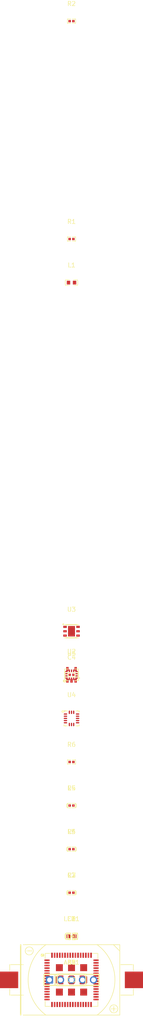
<source format=kicad_pcb>
(kicad_pcb (version 20241229) (generator "atopile") (generator_version "0.12.4")
  (layers (0 "F.Cu" signal) (31 "B.Cu" signal) (34 "B.Paste" user) (35 "F.Paste" user) (36 "B.SilkS" user "B.Silkscreen") (37 "F.SilkS" user "F.Silkscreen") (38 "B.Mask" user) (39 "F.Mask" user) (44 "Edge.Cuts" user))
  (net 0 "")
  (net 1 "PC4")
  (net 2 "PB9")
  (net 4 "PA5")
  (net 8 "PA3_UART2_RX")
  (net 11 "PC13")
  (net 15 "PA2_UART2_TX")
  (net 17 "VLXSMPS")
  (net 18 "PC6")
  (net 20 "PC3")
  (net 21 "PA4")
  (net 24 "VDDMPS")
  (net 28 "VREFpos")
  (net 29 "PC0")
  (net 34 "VFBSMPS")
  (net 37 "PC5")
  (net 38 "PC1")
  (net 40 "PB15")
  (net 5 "PA12")
  (net 41 "PA9")
  (net 42 "PA6")
  (net 43 "blah-net-3")
  (net 44 "PB13")
  (net 45 "BOOT0")
  (net 46 "PA10")
  (net 50 "PB1")
  (net 51 "PA8")
  (net 52 "PA7")
  (net 53 "PB7_UART1_RX")
  (net 54 "PB10")
  (net 55 "PB14")
  (net 58 "PB12")
  (net 59 "PA11")
  (net 60 "PB11")
  (net 64 "PC2")
  (net 65 "blah-net-2")
  (net 113 "blah-net-0")
  (net 12 "Feed")
  (net 13 "RF_OUT")
  (net 3 "nrst")
  (net 9 "swclk")
  (net 26 "swdio")
  (net 10 "vbat")
  (net 22 "blah-net-1")
  (net 27 "SDX")
  (net 31 "blah-vcc-1")
  (net 32 "led_status")
  (net 35 "ADC2")
  (net 36 "CS_AUX")
  (net 39 "blah-net-4")
  (net 47 "blah-INT2-1")
  (net 48 "blah-vcc-0")
  (net 49 "ADC3")
  (net 56 "DRDY_INT")
  (net 57 "i2c_sda")
  (net 62 "A")
  (net 63 "blah-CS-1")
  (net 66 "INT1")
  (net 67 "activation")
  (net 68 "SDO_SA0")
  (net 69 "blah-net-5")
  (net 70 "blah-CS-0")
  (net 71 "i2c_scl")
  (net 72 "blah-INT2-0")
  (net 73 "SCX")
  (net 74 "ADC1")
  (net 75 "adc_ntc")
  (net 76 "vcc_mcu")
  (net 77 "RES")
  (net 78 "SDO_SUX")
  (net 79 "gnd")
  (footprint "RAKwireless_RAK3172_SIP_8_SM_NI:LGA-73_L12.0-W12.0-P0.60-TL" (layer "F.Cu") (at 0 0 0)
    (property "Reference" "U1" (at 0 -9.65 0) (layer "F.SilkS") (hide no))
    (property "Value" "")
    (fp_text user "${REFERENCE}" (at 0 -9.65 0) (layer "F.SilkS"))
    (pad "1" smd rect (at -5.65 -4.5 0) (size 1.17 0.37) (layers "F.Cu" "F.Paste" "F.Mask") (net 26 "swdio"))
    (pad "2" smd rect (at -5.65 -3.9 0) (size 1.17 0.37) (layers "F.Cu" "F.Paste" "F.Mask") (net 9 "swclk"))
    (pad "3" smd rect (at -5.65 -3.3 0) (size 1.17 0.37) (layers "F.Cu" "F.Paste" "F.Mask") (net 76 "vcc_mcu"))
    (pad "4" smd rect (at -5.65 -2.7 0) (size 1.17 0.37) (layers "F.Cu" "F.Paste" "F.Mask") (net 10 "vbat"))
    (pad "5" smd rect (at -5.65 -2.1 0) (size 1.17 0.37) (layers "F.Cu" "F.Paste" "F.Mask") (net 11 "PC13"))
    (pad "6" smd rect (at -5.65 -1.5 0) (size 1.17 0.37) (layers "F.Cu" "F.Paste" "F.Mask") (net 28 "VREFpos"))
    (pad "7" smd rect (at -5.65 -0.9 0) (size 1.17 0.37) (layers "F.Cu" "F.Paste" "F.Mask") (net 76 "vcc_mcu"))
    (pad "8" smd rect (at -5.65 -0.3 0) (size 1.17 0.37) (layers "F.Cu" "F.Paste" "F.Mask") (net 71 "i2c_scl"))
    (pad "9" smd rect (at -5.65 0.3 0) (size 1.17 0.37) (layers "F.Cu" "F.Paste" "F.Mask") (net 40 "PB15"))
    (pad "10" smd rect (at -5.65 0.9 0) (size 1.17 0.37) (layers "F.Cu" "F.Paste" "F.Mask") (net 34 "VFBSMPS"))
    (pad "11" smd rect (at -5.65 1.5 0) (size 1.17 0.37) (layers "F.Cu" "F.Paste" "F.Mask") (net 24 "VDDMPS"))
    (pad "12" smd rect (at -5.65 2.1 0) (size 1.17 0.37) (layers "F.Cu" "F.Paste" "F.Mask") (net 79 "gnd"))
    (pad "13" smd rect (at -5.65 2.7 0) (size 1.17 0.37) (layers "F.Cu" "F.Paste" "F.Mask") (net 17 "VLXSMPS"))
    (pad "14" smd rect (at -5.65 3.3 0) (size 1.17 0.37) (layers "F.Cu" "F.Paste" "F.Mask") (net 47 "blah-INT2-1"))
    (pad "15" smd rect (at -5.65 3.9 0) (size 1.17 0.37) (layers "F.Cu" "F.Paste" "F.Mask") (net 66 "INT1"))
    (pad "16" smd rect (at -5.65 4.5 0) (size 1.17 0.37) (layers "F.Cu" "F.Paste" "F.Mask") (net 32 "led_status"))
    (pad "17" smd rect (at -4.5 5.65 0) (size 0.37 1.17) (layers "F.Cu" "F.Paste" "F.Mask") (net 57 "i2c_sda"))
    (pad "18" smd rect (at -3.9 5.65 0) (size 0.37 1.17) (layers "F.Cu" "F.Paste" "F.Mask") (net 53 "PB7_UART1_RX"))
    (pad "19" smd rect (at -3.3 5.65 0) (size 0.37 1.17) (layers "F.Cu" "F.Paste" "F.Mask") (net 56 "DRDY_INT"))
    (pad "20" smd rect (at -2.7 5.65 0) (size 0.37 1.17) (layers "F.Cu" "F.Paste" "F.Mask") (net 2 "PB9"))
    (pad "21" smd rect (at -2.1 5.65 0) (size 0.37 1.17) (layers "F.Cu" "F.Paste" "F.Mask") (net 29 "PC0"))
    (pad "22" smd rect (at -1.5 5.65 0) (size 0.37 1.17) (layers "F.Cu" "F.Paste" "F.Mask") (net 38 "PC1"))
    (pad "23" smd rect (at -0.9 5.65 0) (size 0.37 1.17) (layers "F.Cu" "F.Paste" "F.Mask") (net 64 "PC2"))
    (pad "24" smd rect (at -0.3 5.65 0) (size 0.37 1.17) (layers "F.Cu" "F.Paste" "F.Mask") (net 20 "PC3"))
    (pad "25" smd rect (at 0.3 5.65 0) (size 0.37 1.17) (layers "F.Cu" "F.Paste" "F.Mask") (net 1 "PC4"))
    (pad "26" smd rect (at 0.9 5.65 0) (size 0.37 1.17) (layers "F.Cu" "F.Paste" "F.Mask") (net 37 "PC5"))
    (pad "27" smd rect (at 1.5 5.65 0) (size 0.37 1.17) (layers "F.Cu" "F.Paste" "F.Mask") (net 18 "PC6"))
    (pad "28" smd rect (at 2.1 5.65 0) (size 0.37 1.17) (layers "F.Cu" "F.Paste" "F.Mask") (net 79 "gnd"))
    (pad "29" smd rect (at 2.7 5.65 0) (size 0.37 1.17) (layers "F.Cu" "F.Paste" "F.Mask") (net 15 "PA2_UART2_TX"))
    (pad "30" smd rect (at 3.3 5.65 0) (size 0.37 1.17) (layers "F.Cu" "F.Paste" "F.Mask") (net 8 "PA3_UART2_RX"))
    (pad "31" smd rect (at 3.9 5.65 0) (size 0.37 1.17) (layers "F.Cu" "F.Paste" "F.Mask") (net 21 "PA4"))
    (pad "32" smd rect (at 4.5 5.65 0) (size 0.37 1.17) (layers "F.Cu" "F.Paste" "F.Mask") (net 4 "PA5"))
    (pad "33" smd rect (at 5.65 4.5 0) (size 1.17 0.37) (layers "F.Cu" "F.Paste" "F.Mask") (net 42 "PA6"))
    (pad "34" smd rect (at 5.65 3.9 0) (size 1.17 0.37) (layers "F.Cu" "F.Paste" "F.Mask") (net 52 "PA7"))
    (pad "35" smd rect (at 5.65 3.3 0) (size 1.17 0.37) (layers "F.Cu" "F.Paste" "F.Mask") (net 79 "gnd"))
    (pad "36" smd rect (at 5.65 2.7 0) (size 1.17 0.37) (layers "F.Cu" "F.Paste" "F.Mask") (net 79 "gnd"))
    (pad "37" smd rect (at 5.65 2.1 0) (size 1.17 0.37) (layers "F.Cu" "F.Paste" "F.Mask") (net 13 "RF_OUT"))
    (pad "38" smd rect (at 5.65 1.5 0) (size 1.17 0.37) (layers "F.Cu" "F.Paste" "F.Mask") (net 79 "gnd"))
    (pad "39" smd rect (at 5.65 0.9 0) (size 1.17 0.37) (layers "F.Cu" "F.Paste" "F.Mask") (net 79 "gnd"))
    (pad "40" smd rect (at 5.65 0.3 0) (size 1.17 0.37) (layers "F.Cu" "F.Paste" "F.Mask") (net 65 "blah-net-2"))
    (pad "41" smd rect (at 5.65 -0.3 0) (size 1.17 0.37) (layers "F.Cu" "F.Paste" "F.Mask") (net 43 "blah-net-3"))
    (pad "42" smd rect (at 5.65 -0.9 0) (size 1.17 0.37) (layers "F.Cu" "F.Paste" "F.Mask") (net 67 "activation"))
    (pad "43" smd rect (at 5.65 -1.5 0) (size 1.17 0.37) (layers "F.Cu" "F.Paste" "F.Mask") (net 45 "BOOT0"))
    (pad "44" smd rect (at 5.65 -2.1 0) (size 1.17 0.37) (layers "F.Cu" "F.Paste" "F.Mask") (net 3 "nrst"))
    (pad "45" smd rect (at 5.65 -2.7 0) (size 1.17 0.37) (layers "F.Cu" "F.Paste" "F.Mask") (net 75 "adc_ntc"))
    (pad "46" smd rect (at 5.65 -3.3 0) (size 1.17 0.37) (layers "F.Cu" "F.Paste" "F.Mask") (net 79 "gnd"))
    (pad "47" smd rect (at 5.65 -3.9 0) (size 1.17 0.37) (layers "F.Cu" "F.Paste" "F.Mask") (net 79 "gnd"))
    (pad "48" smd rect (at 5.65 -4.5 0) (size 1.17 0.37) (layers "F.Cu" "F.Paste" "F.Mask") (net 60 "PB11"))
    (pad "49" smd rect (at 4.5 -5.65 0) (size 0.37 1.17) (layers "F.Cu" "F.Paste" "F.Mask") (net 54 "PB10"))
    (pad "50" smd rect (at 3.9 -5.65 0) (size 0.37 1.17) (layers "F.Cu" "F.Paste" "F.Mask") (net 41 "PA9"))
    (pad "51" smd rect (at 3.3 -5.65 0) (size 0.37 1.17) (layers "F.Cu" "F.Paste" "F.Mask") (net 51 "PA8"))
    (pad "52" smd rect (at 2.7 -5.65 0) (size 0.37 1.17) (layers "F.Cu" "F.Paste" "F.Mask") (net 79 "gnd"))
    (pad "53" smd rect (at 2.1 -5.65 0) (size 0.37 1.17) (layers "F.Cu" "F.Paste" "F.Mask") (net 76 "vcc_mcu"))
    (pad "54" smd rect (at 1.5 -5.65 0) (size 0.37 1.17) (layers "F.Cu" "F.Paste" "F.Mask") (net 76 "vcc_mcu"))
    (pad "55" smd rect (at 0.9 -5.65 0) (size 0.37 1.17) (layers "F.Cu" "F.Paste" "F.Mask") (net 76 "vcc_mcu"))
    (pad "56" smd rect (at 0.3 -5.65 0) (size 0.37 1.17) (layers "F.Cu" "F.Paste" "F.Mask") (net 79 "gnd"))
    (pad "57" smd rect (at -0.3 -5.65 0) (size 0.37 1.17) (layers "F.Cu" "F.Paste" "F.Mask") (net 50 "PB1"))
    (pad "58" smd rect (at -0.9 -5.65 0) (size 0.37 1.17) (layers "F.Cu" "F.Paste" "F.Mask") (net 72 "blah-INT2-0"))
    (pad "59" smd rect (at -1.5 -5.65 0) (size 0.37 1.17) (layers "F.Cu" "F.Paste" "F.Mask") (net 58 "PB12"))
    (pad "60" smd rect (at -2.1 -5.65 0) (size 0.37 1.17) (layers "F.Cu" "F.Paste" "F.Mask") (net 44 "PB13"))
    (pad "61" smd rect (at -2.7 -5.65 0) (size 0.37 1.17) (layers "F.Cu" "F.Paste" "F.Mask") (net 55 "PB14"))
    (pad "62" smd rect (at -3.3 -5.65 0) (size 0.37 1.17) (layers "F.Cu" "F.Paste" "F.Mask") (net 46 "PA10"))
    (pad "63" smd rect (at -3.9 -5.65 0) (size 0.37 1.17) (layers "F.Cu" "F.Paste" "F.Mask") (net 59 "PA11"))
    (pad "64" smd rect (at -4.5 -5.65 0) (size 0.37 1.17) (layers "F.Cu" "F.Paste" "F.Mask") (net 5 "PA12"))
    (pad "65" smd rect (at -2.8 -2.8 0) (size 1.6 1.6) (layers "F.Cu" "F.Paste" "F.Mask") (net 79 "gnd"))
    (pad "66" smd rect (at 0 -2.8 0) (size 1.6 1.6) (layers "F.Cu" "F.Paste" "F.Mask") (net 79 "gnd"))
    (pad "67" smd rect (at 2.8 -2.8 0) (size 1.6 1.6) (layers "F.Cu" "F.Paste" "F.Mask") (net 79 "gnd"))
    (pad "68" smd rect (at -2.8 0 0) (size 1.6 1.6) (layers "F.Cu" "F.Paste" "F.Mask") (net 79 "gnd"))
    (pad "69" smd rect (at 0 0 0) (size 1.6 1.6) (layers "F.Cu" "F.Paste" "F.Mask") (net 79 "gnd"))
    (pad "70" smd rect (at 2.8 0 0) (size 1.6 1.6) (layers "F.Cu" "F.Paste" "F.Mask") (net 79 "gnd"))
    (pad "71" smd rect (at -2.8 2.8 0) (size 1.6 1.6) (layers "F.Cu" "F.Paste" "F.Mask") (net 79 "gnd"))
    (pad "72" smd rect (at 0 2.8 0) (size 1.6 1.6) (layers "F.Cu" "F.Paste" "F.Mask") (net 79 "gnd"))
    (pad "73" smd rect (at 2.8 2.8 0) (size 1.6 1.6) (layers "F.Cu" "F.Paste" "F.Mask") (net 79 "gnd"))
  )
  (footprint "Murata_Electronics_GRM155R61A475KEAAD:C0402" (layer "F.Cu") (at 0 0 0)
    (property "Reference" "C3" (at 0 -4 0) (layer "F.SilkS") (hide no))
    (property "Value" "4.7µF ±10% 10V X5R")
    (fp_text user "${REFERENCE}" (at 0 -4 0) (layer "F.SilkS"))
    (pad "2" smd rect (at 0.42 0 0) (size 0.5 0.54) (layers "F.Cu" "F.Paste" "F.Mask") (net 79 "gnd"))
    (pad "1" smd rect (at -0.42 0 0) (size 0.5 0.54) (layers "F.Cu" "F.Paste" "F.Mask") (net 48 "blah-vcc-0"))
  )
  (footprint "YAGEO_CC0402KRX7R9BB104:C0402" (layer "F.Cu") (at 0 -70 0)
    (property "Reference" "C4" (at 0 -4 0) (layer "F.SilkS") (hide no))
    (property "Value" "100nF ±10% 50V X7R")
    (fp_text user "${REFERENCE}" (at 0 -4 0) (layer "F.SilkS"))
    (pad "2" smd rect (at 0.42 0 0) (size 0.5 0.54) (layers "F.Cu" "F.Paste" "F.Mask") (net 79 "gnd"))
    (pad "1" smd rect (at -0.42 0 0) (size 0.5 0.54) (layers "F.Cu" "F.Paste" "F.Mask") (net 48 "blah-vcc-0"))
  )
  (footprint "Murata_Electronics_LQM18FN100M00D:L0603" (layer "F.Cu") (at 0 -160 0)
    (property "Reference" "L1" (at 0 -4 0) (layer "F.SilkS") (hide no))
    (property "Value" "10µH ±20% 30MHz 50mA 1.17Ω")
    (fp_text user "${REFERENCE}" (at 0 -4 0) (layer "F.SilkS"))
    (pad "1" smd rect (at -0.7 0 180) (size 0.8 0.86) (layers "F.Cu" "F.Paste" "F.Mask") (net 113 "blah-net-0"))
    (pad "2" smd rect (at 0.7 0 180) (size 0.8 0.86) (layers "F.Cu" "F.Paste" "F.Mask") (net 22 "blah-net-1"))
  )
  (footprint "YAGEO_RC0402FR_0710KL:R0402" (layer "F.Cu") (at 0 -170 0)
    (property "Reference" "R1" (at 0 -4 0) (layer "F.SilkS") (hide no))
    (property "Value" "10kΩ ±1% 62.5mW")
    (fp_text user "${REFERENCE}" (at 0 -4 0) (layer "F.SilkS"))
    (pad "2" smd rect (at 0.43 0 0) (size 0.57 0.54) (layers "F.Cu" "F.Paste" "F.Mask") (net 75 "adc_ntc"))
    (pad "1" smd rect (at -0.43 0 0) (size 0.57 0.54) (layers "F.Cu" "F.Paste" "F.Mask") (net 48 "blah-vcc-0"))
  )
  (footprint "Murata_Electronics_NCP15XH103F03RC:R0402" (layer "F.Cu") (at 0 -220 0)
    (property "Reference" "R2" (at 0 -4 0) (layer "F.SilkS") (hide no))
    (property "Value" "")
    (fp_text user "${REFERENCE}" (at 0 -4 0) (layer "F.SilkS"))
    (pad "2" smd rect (at 0.43 0 0) (size 0.57 0.54) (layers "F.Cu" "F.Paste" "F.Mask") (net 79 "gnd"))
    (pad "1" smd rect (at -0.43 0 0) (size 0.57 0.54) (layers "F.Cu" "F.Paste" "F.Mask") (net 75 "adc_ntc"))
  )
  (footprint "Q_J_CR2032_BS_6_1:BAT-TH_CR2032-BS-6-1" (layer "F.Cu") (at 0 0 0)
    (property "Reference" "B1" (at 0 -4 0) (layer "F.SilkS") (hide no))
    (property "Value" "")
    (fp_text user "${REFERENCE}" (at 0 -4 0) (layer "F.SilkS"))
    (pad "1" smd rect (at 14.39 0 0) (size 4.2 3.8) (layers "F.Cu" "F.Paste" "F.Mask") (net 10 "vbat"))
    (pad "2" smd rect (at -14.39 0 0) (size 4.2 3.8) (layers "F.Cu" "F.Paste" "F.Mask") (net 79 "gnd"))
  )
  (footprint "Everlight_Elec_19_217_GHC_YR1S2_3T:LED0603-RD" (layer "F.Cu") (at 0 -10 0)
    (property "Reference" "LED1" (at 0 -4 0) (layer "F.SilkS") (hide no))
    (property "Value" "")
    (fp_text user "${REFERENCE}" (at 0 -4 0) (layer "F.SilkS"))
    (pad "2" smd rect (at 0.75 0 90) (size 0.8 0.8) (layers "F.Cu" "F.Paste" "F.Mask") (net 62 "A"))
    (pad "1" smd rect (at -0.75 0 90) (size 0.8 0.8) (layers "F.Cu" "F.Paste" "F.Mask") (net 79 "gnd"))
  )
  (footprint "Murata_Electronics_BLM15PD121SN1D:L0402" (layer "F.Cu") (at 0 -20 0)
    (property "Reference" "L2" (at 0 -4 0) (layer "F.SilkS") (hide no))
    (property "Value" "")
    (fp_text user "${REFERENCE}" (at 0 -4 0) (layer "F.SilkS"))
    (pad "2" smd rect (at 0.42 0 0) (size 0.54 0.54) (layers "F.Cu" "F.Paste" "F.Mask") (net 48 "blah-vcc-0"))
    (pad "1" smd rect (at -0.42 0 0) (size 0.54 0.54) (layers "F.Cu" "F.Paste" "F.Mask") (net 10 "vbat"))
  )
  (footprint "Murata_Electronics_BLM15PD121SN1D:L0402" (layer "F.Cu") (at 0 -30 0)
    (property "Reference" "L3" (at 0 -4 0) (layer "F.SilkS") (hide no))
    (property "Value" "")
    (fp_text user "${REFERENCE}" (at 0 -4 0) (layer "F.SilkS"))
    (pad "2" smd rect (at 0.42 0 0) (size 0.54 0.54) (layers "F.Cu" "F.Paste" "F.Mask") (net 76 "vcc_mcu"))
    (pad "1" smd rect (at -0.42 0 0) (size 0.54 0.54) (layers "F.Cu" "F.Paste" "F.Mask") (net 48 "blah-vcc-0"))
  )
  (footprint "Murata_Electronics_BLM15PD121SN1D:L0402" (layer "F.Cu") (at 0 -40 0)
    (property "Reference" "L4" (at 0 -4 0) (layer "F.SilkS") (hide no))
    (property "Value" "")
    (fp_text user "${REFERENCE}" (at 0 -4 0) (layer "F.SilkS"))
    (pad "2" smd rect (at 0.42 0 0) (size 0.54 0.54) (layers "F.Cu" "F.Paste" "F.Mask") (net 31 "blah-vcc-1"))
    (pad "1" smd rect (at -0.42 0 0) (size 0.54 0.54) (layers "F.Cu" "F.Paste" "F.Mask") (net 48 "blah-vcc-0"))
  )
  (footprint "FMD_FT24C02A_KLR_T:SOT-23-5_L2.9-W1.5-P0.95-LS2.8-BL" (layer "F.Cu") (at 0 -70 0)
    (property "Reference" "U2" (at 0 -5.35 0) (layer "F.SilkS") (hide no))
    (property "Value" "")
    (fp_text user "${REFERENCE}" (at 0 -5.35 0) (layer "F.SilkS"))
    (pad "5" smd rect (at -0.95 -1.35 0) (size 0.55 0.9) (layers "F.Cu" "F.Paste" "F.Mask") (net 79 "gnd"))
    (pad "4" smd rect (at 0.95 -1.35 0) (size 0.55 0.9) (layers "F.Cu" "F.Paste" "F.Mask") (net 31 "blah-vcc-1"))
    (pad "3" smd rect (at 0.95 1.35 0) (size 0.55 0.9) (layers "F.Cu" "F.Paste" "F.Mask") (net 57 "i2c_sda"))
    (pad "2" smd rect (at 0 1.35 0) (size 0.55 0.9) (layers "F.Cu" "F.Paste" "F.Mask") (net 79 "gnd"))
    (pad "1" smd rect (at -0.95 1.35 0) (size 0.55 0.9) (layers "F.Cu" "F.Paste" "F.Mask") (net 71 "i2c_scl"))
  )
  (footprint "Texas_Instruments_HDC2080DMBR:WSON-6_L3.0-W3.0-P1.00-TL-EP" (layer "F.Cu") (at 0 -80 0)
    (property "Reference" "U3" (at 0 -5 0) (layer "F.SilkS") (hide no))
    (property "Value" "")
    (fp_text user "${REFERENCE}" (at 0 -5 0) (layer "F.SilkS"))
    (pad "1" smd rect (at -1.5 -1 90) (size 0.5 0.8) (layers "F.Cu" "F.Paste" "F.Mask") (net 57 "i2c_sda"))
    (pad "2" smd rect (at -1.5 0 90) (size 0.5 0.8) (layers "F.Cu" "F.Paste" "F.Mask") (net 79 "gnd"))
    (pad "3" smd rect (at -1.5 1 90) (size 0.5 0.8) (layers "F.Cu" "F.Paste" "F.Mask") (net 79 "gnd"))
    (pad "4" smd rect (at 1.5 1 90) (size 0.5 0.8) (layers "F.Cu" "F.Paste" "F.Mask") (net 56 "DRDY_INT"))
    (pad "7" smd rect (at 0 0 90) (size 2.4 1.6) (layers "F.Cu" "F.Paste" "F.Mask") (net 79 "gnd"))
    (pad "6" smd rect (at 1.5 -1 90) (size 0.5 0.8) (layers "F.Cu" "F.Paste" "F.Mask") (net 71 "i2c_scl"))
    (pad "5" smd rect (at 1.5 0 90) (size 0.5 0.8) (layers "F.Cu" "F.Paste" "F.Mask") (net 31 "blah-vcc-1"))
  )
  (footprint "KYOCERA_AVX_M620720:ANT-SMD_3P-L6.0-W2.0_M620720" (layer "F.Cu") (at 0 0 0)
    (property "Reference" "ANT1" (at 0 -4 0) (layer "F.SilkS") (hide no))
    (property "Value" "")
    (fp_text user "${REFERENCE}" (at 0 -4 0) (layer "F.SilkS"))
    (pad "3" smd rect (at 2.44 0 0) (size 1.1 2) (layers "F.Cu" "F.Paste" "F.Mask") (net 79 "gnd"))
    (pad "2" smd rect (at 0 0 0) (size 1.1 2) (layers "F.Cu" "F.Paste" "F.Mask") (net 79 "gnd"))
    (pad "1" smd rect (at -2.44 0 0) (size 1.1 2) (layers "F.Cu" "F.Paste" "F.Mask") (net 12 "Feed"))
  )
  (footprint "Murata_Electronics_GJM1555C1H5R6BB01D:C0402" (layer "F.Cu") (at 0 -10 0)
    (property "Reference" "C1" (at 0 -4 0) (layer "F.SilkS") (hide no))
    (property "Value" "5.6pF 50V C0G")
    (fp_text user "${REFERENCE}" (at 0 -4 0) (layer "F.SilkS"))
    (pad "2" smd rect (at 0.42 0 0) (size 0.5 0.54) (layers "F.Cu" "F.Paste" "F.Mask") (net 79 "gnd"))
    (pad "1" smd rect (at -0.42 0 0) (size 0.5 0.54) (layers "F.Cu" "F.Paste" "F.Mask") (net 13 "RF_OUT"))
  )
  (footprint "Murata_Electronics_GJM1555C1H5R6BB01D:C0402" (layer "F.Cu") (at 0 -20 0)
    (property "Reference" "C2" (at 0 -4 0) (layer "F.SilkS") (hide no))
    (property "Value" "5.6pF 50V C0G")
    (fp_text user "${REFERENCE}" (at 0 -4 0) (layer "F.SilkS"))
    (pad "2" smd rect (at 0.42 0 0) (size 0.5 0.54) (layers "F.Cu" "F.Paste" "F.Mask") (net 79 "gnd"))
    (pad "1" smd rect (at -0.42 0 0) (size 0.5 0.54) (layers "F.Cu" "F.Paste" "F.Mask") (net 12 "Feed"))
  )
  (footprint "Murata_Electronics_LQG15HS4N3S02D:L0402" (layer "F.Cu") (at 0 -30 0)
    (property "Reference" "L5" (at 0 -4 0) (layer "F.SilkS") (hide no))
    (property "Value" "4.3nH 6GHz 750mA 140mΩ")
    (fp_text user "${REFERENCE}" (at 0 -4 0) (layer "F.SilkS"))
    (pad "2" smd rect (at 0.42 0 0) (size 0.54 0.54) (layers "F.Cu" "F.Paste" "F.Mask") (net 12 "Feed"))
    (pad "1" smd rect (at -0.42 0 0) (size 0.54 0.54) (layers "F.Cu" "F.Paste" "F.Mask") (net 13 "RF_OUT"))
  )
  (footprint "YAGEO_CC0402KRX7R9BB104:C0402" (layer "F.Cu") (at 0 0 0)
    (property "Reference" "C5" (at 0 -4 0) (layer "F.SilkS") (hide no))
    (property "Value" "100nF ±10% 50V X7R")
    (fp_text user "${REFERENCE}" (at 0 -4 0) (layer "F.SilkS"))
    (pad "2" smd rect (at 0.42 0 0) (size 0.5 0.54) (layers "F.Cu" "F.Paste" "F.Mask") (net 79 "gnd"))
    (pad "1" smd rect (at -0.42 0 0) (size 0.5 0.54) (layers "F.Cu" "F.Paste" "F.Mask") (net 76 "vcc_mcu"))
  )
  (footprint "Murata_Electronics_GRM155R61A475KEAAD:C0402" (layer "F.Cu") (at 0 -10 0)
    (property "Reference" "C6" (at 0 -4 0) (layer "F.SilkS") (hide no))
    (property "Value" "4.7µF ±10% 10V X5R")
    (fp_text user "${REFERENCE}" (at 0 -4 0) (layer "F.SilkS"))
    (pad "2" smd rect (at 0.42 0 0) (size 0.5 0.54) (layers "F.Cu" "F.Paste" "F.Mask") (net 79 "gnd"))
    (pad "1" smd rect (at -0.42 0 0) (size 0.5 0.54) (layers "F.Cu" "F.Paste" "F.Mask") (net 76 "vcc_mcu"))
  )
  (footprint "YAGEO_CC0402KRX7R9BB104:C0402" (layer "F.Cu") (at 0 -20 0)
    (property "Reference" "C7" (at 0 -4 0) (layer "F.SilkS") (hide no))
    (property "Value" "100nF ±10% 50V X7R")
    (fp_text user "${REFERENCE}" (at 0 -4 0) (layer "F.SilkS"))
    (pad "2" smd rect (at 0.42 0 0) (size 0.5 0.54) (layers "F.Cu" "F.Paste" "F.Mask") (net 79 "gnd"))
    (pad "1" smd rect (at -0.42 0 0) (size 0.5 0.54) (layers "F.Cu" "F.Paste" "F.Mask") (net 31 "blah-vcc-1"))
  )
  (footprint "Ckmtw_B_2100S05P_A110:HDR-TH_5P-P2.54-V-M" (layer "F.Cu") (at 0 0 0)
    (property "Reference" "H1" (at 0 -4 0) (layer "F.SilkS") (hide no))
    (property "Value" "")
    (fp_text user "${REFERENCE}" (at 0 -4 0) (layer "F.SilkS"))
    (pad "1" thru_hole rect (at -5.08 0 0) (size 1.7 1.7) (drill 1.1000231999999999) (layers "*.Cu" "*.Mask") (net 48 "blah-vcc-0"))
    (pad "2" thru_hole circle (at -2.54 0 0) (size 1.7 1.7) (drill 1.1000231999999999) (layers "*.Cu" "*.Mask") (net 26 "swdio"))
    (pad "3" thru_hole circle (at 0 0 0) (size 1.7 1.7) (drill 1.1000231999999999) (layers "*.Cu" "*.Mask") (net 9 "swclk"))
    (pad "4" thru_hole circle (at 2.54 0 0) (size 1.7 1.7) (drill 1.1000231999999999) (layers "*.Cu" "*.Mask") (net 3 "nrst"))
    (pad "5" thru_hole circle (at 5.08 0 0) (size 1.7 1.7) (drill 1.1000231999999999) (layers "*.Cu" "*.Mask") (net 79 "gnd"))
  )
  (footprint "YAGEO_CC0402KRX7R9BB104:C0402" (layer "F.Cu") (at 0 0 0)
    (property "Reference" "C8" (at 0 -4 0) (layer "F.SilkS") (hide no))
    (property "Value" "100nF ±10% 50V X7R")
    (fp_text user "${REFERENCE}" (at 0 -4 0) (layer "F.SilkS"))
    (pad "2" smd rect (at 0.42 0 0) (size 0.5 0.54) (layers "F.Cu" "F.Paste" "F.Mask") (net 79 "gnd"))
    (pad "1" smd rect (at -0.42 0 0) (size 0.5 0.54) (layers "F.Cu" "F.Paste" "F.Mask") (net 31 "blah-vcc-1"))
  )
  (footprint "YAGEO_CC0603MRX5R5BB226:C0603" (layer "F.Cu") (at 0 -10 0)
    (property "Reference" "C9" (at 0 -4 0) (layer "F.SilkS") (hide no))
    (property "Value" "22µF ±20% 6.3V X5R")
    (fp_text user "${REFERENCE}" (at 0 -4 0) (layer "F.SilkS"))
    (pad "2" smd rect (at 0.7 0 0) (size 0.8 0.9) (layers "F.Cu" "F.Paste" "F.Mask") (net 79 "gnd"))
    (pad "1" smd rect (at -0.7 0 0) (size 0.8 0.9) (layers "F.Cu" "F.Paste" "F.Mask") (net 10 "vbat"))
  )
  (footprint "YAGEO_RC0402FR_0710KL:R0402" (layer "F.Cu") (at 0 -20 0)
    (property "Reference" "R3" (at 0 -4 0) (layer "F.SilkS") (hide no))
    (property "Value" "10kΩ ±1% 62.5mW")
    (fp_text user "${REFERENCE}" (at 0 -4 0) (layer "F.SilkS"))
    (pad "2" smd rect (at 0.43 0 0) (size 0.57 0.54) (layers "F.Cu" "F.Paste" "F.Mask") (net 67 "activation"))
    (pad "1" smd rect (at -0.43 0 0) (size 0.57 0.54) (layers "F.Cu" "F.Paste" "F.Mask") (net 48 "blah-vcc-0"))
  )
  (footprint "YAGEO_RC0402JR_071KL:R0402" (layer "F.Cu") (at 0 -30 0)
    (property "Reference" "R4" (at 0 -4 0) (layer "F.SilkS") (hide no))
    (property "Value" "1kΩ ±5% 62.5mW")
    (fp_text user "${REFERENCE}" (at 0 -4 0) (layer "F.SilkS"))
    (pad "2" smd rect (at 0.43 0 0) (size 0.57 0.54) (layers "F.Cu" "F.Paste" "F.Mask") (net 62 "A"))
    (pad "1" smd rect (at -0.43 0 0) (size 0.57 0.54) (layers "F.Cu" "F.Paste" "F.Mask") (net 32 "led_status"))
  )
  (footprint "YAGEO_RC0402JR_074K7L:R0402" (layer "F.Cu") (at 0 -40 0)
    (property "Reference" "R5" (at 0 -4 0) (layer "F.SilkS") (hide no))
    (property "Value" "4.7kΩ ±5% 62.5mW")
    (fp_text user "${REFERENCE}" (at 0 -4 0) (layer "F.SilkS"))
    (pad "2" smd rect (at 0.43 0 0) (size 0.57 0.54) (layers "F.Cu" "F.Paste" "F.Mask") (net 57 "i2c_sda"))
    (pad "1" smd rect (at -0.43 0 0) (size 0.57 0.54) (layers "F.Cu" "F.Paste" "F.Mask") (net 48 "blah-vcc-0"))
  )
  (footprint "YAGEO_RC0402JR_074K7L:R0402" (layer "F.Cu") (at 0 -50 0)
    (property "Reference" "R6" (at 0 -4 0) (layer "F.SilkS") (hide no))
    (property "Value" "4.7kΩ ±5% 62.5mW")
    (fp_text user "${REFERENCE}" (at 0 -4 0) (layer "F.SilkS"))
    (pad "2" smd rect (at 0.43 0 0) (size 0.57 0.54) (layers "F.Cu" "F.Paste" "F.Mask") (net 71 "i2c_scl"))
    (pad "1" smd rect (at -0.43 0 0) (size 0.57 0.54) (layers "F.Cu" "F.Paste" "F.Mask") (net 48 "blah-vcc-0"))
  )
  (footprint "STMicroelectronics_LIS3DHTR:LGA-16_L3.0-W3.0-P0.50-TL" (layer "F.Cu") (at 0 -60 0)
    (property "Reference" "U4" (at 0 -5.4 0) (layer "F.SilkS") (hide no))
    (property "Value" "")
    (fp_text user "${REFERENCE}" (at 0 -5.4 0) (layer "F.SilkS"))
    (pad "1" smd oval (at -1.4 -1 0) (size 0.8 0.28) (layers "F.Cu" "F.Paste" "F.Mask") (net 31 "blah-vcc-1"))
    (pad "2" smd oval (at -1.4 -0.5 0) (size 0.8 0.28) (layers "F.Cu" "F.Paste" "F.Mask") (net 39 "blah-net-4"))
    (pad "3" smd oval (at -1.4 0 0) (size 0.8 0.28) (layers "F.Cu" "F.Paste" "F.Mask") (net 69 "blah-net-5"))
    (pad "4" smd oval (at -1.4 0.5 0) (size 0.8 0.28) (layers "F.Cu" "F.Paste" "F.Mask") (net 71 "i2c_scl"))
    (pad "5" smd oval (at -1.4 1 0) (size 0.8 0.28) (layers "F.Cu" "F.Paste" "F.Mask") (net 79 "gnd"))
    (pad "6" smd oval (at -0.5 1.4 0) (size 0.28 0.8) (layers "F.Cu" "F.Paste" "F.Mask") (net 57 "i2c_sda"))
    (pad "7" smd oval (at 0 1.4 0) (size 0.28 0.8) (layers "F.Cu" "F.Paste" "F.Mask") (net 79 "gnd"))
    (pad "8" smd oval (at 0.5 1.4 0) (size 0.28 0.8) (layers "F.Cu" "F.Paste" "F.Mask") (net 70 "blah-CS-0"))
    (pad "9" smd oval (at 1.4 1 0) (size 0.8 0.28) (layers "F.Cu" "F.Paste" "F.Mask") (net 47 "blah-INT2-1"))
    (pad "10" smd oval (at 1.4 0.5 0) (size 0.8 0.28) (layers "F.Cu" "F.Paste" "F.Mask") (net 77 "RES"))
    (pad "11" smd oval (at 1.4 0 0) (size 0.8 0.28) (layers "F.Cu" "F.Paste" "F.Mask") (net 66 "INT1"))
    (pad "12" smd oval (at 1.4 -0.5 0) (size 0.8 0.28) (layers "F.Cu" "F.Paste" "F.Mask") (net 79 "gnd"))
    (pad "13" smd oval (at 1.4 -1 0) (size 0.8 0.28) (layers "F.Cu" "F.Paste" "F.Mask") (net 49 "ADC3"))
    (pad "14" smd oval (at 0.5 -1.4 0) (size 0.28 0.8) (layers "F.Cu" "F.Paste" "F.Mask") (net 31 "blah-vcc-1"))
    (pad "15" smd oval (at 0 -1.4 0) (size 0.28 0.8) (layers "F.Cu" "F.Paste" "F.Mask") (net 35 "ADC2"))
    (pad "16" smd oval (at -0.5 -1.4 0) (size 0.28 0.8) (layers "F.Cu" "F.Paste" "F.Mask") (net 74 "ADC1"))
  )
  (footprint "QST_QMI8658C:LGA-14_L3.0-W2.5-P0.50-BR" (layer "F.Cu") (at 0 -70 0)
    (property "Reference" "U5" (at 0 -4.92 0) (layer "F.SilkS") (hide no))
    (property "Value" "")
    (fp_text user "${REFERENCE}" (at 0 -4.92 0) (layer "F.SilkS"))
    (pad "1" smd rect (at 1.17 0.75 0) (size 0.6 0.27) (layers "F.Cu" "F.Paste" "F.Mask") (net 68 "SDO_SA0"))
    (pad "2" smd rect (at 1.17 0.25 0) (size 0.6 0.27) (layers "F.Cu" "F.Paste" "F.Mask") (net 27 "SDX"))
    (pad "3" smd rect (at 1.17 -0.25 0) (size 0.6 0.27) (layers "F.Cu" "F.Paste" "F.Mask") (net 73 "SCX"))
    (pad "4" smd rect (at 1.17 -0.75 0) (size 0.6 0.27) (layers "F.Cu" "F.Paste" "F.Mask") (net 79 "gnd"))
    (pad "5" smd rect (at 0.5 -0.92 0) (size 0.27 0.6) (layers "F.Cu" "F.Paste" "F.Mask") (net 31 "blah-vcc-1"))
    (pad "6" smd rect (at 0 -0.92 0) (size 0.27 0.6) (layers "F.Cu" "F.Paste" "F.Mask") (net 79 "gnd"))
    (pad "7" smd rect (at -0.5 -0.92 0) (size 0.27 0.6) (layers "F.Cu" "F.Paste" "F.Mask") (net 79 "gnd"))
    (pad "8" smd rect (at -1.17 -0.75 0) (size 0.6 0.27) (layers "F.Cu" "F.Paste" "F.Mask") (net 31 "blah-vcc-1"))
    (pad "9" smd rect (at -1.17 -0.25 0) (size 0.6 0.27) (layers "F.Cu" "F.Paste" "F.Mask") (net 72 "blah-INT2-0"))
    (pad "10" smd rect (at -1.17 0.25 0) (size 0.6 0.27) (layers "F.Cu" "F.Paste" "F.Mask") (net 36 "CS_AUX"))
    (pad "11" smd rect (at -1.17 0.75 0) (size 0.6 0.27) (layers "F.Cu" "F.Paste" "F.Mask") (net 78 "SDO_SUX"))
    (pad "12" smd rect (at -0.5 0.92 0) (size 0.27 0.6) (layers "F.Cu" "F.Paste" "F.Mask") (net 63 "blah-CS-1"))
    (pad "13" smd rect (at 0 0.92 0) (size 0.27 0.6) (layers "F.Cu" "F.Paste" "F.Mask") (net 71 "i2c_scl"))
    (pad "14" smd rect (at 0.5 0.92 0) (size 0.27 0.6) (layers "F.Cu" "F.Paste" "F.Mask") (net 57 "i2c_sda"))
  )
)
</source>
